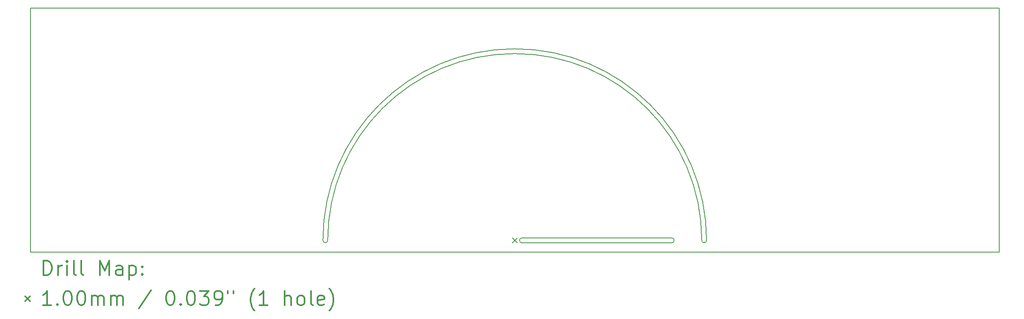
<source format=gbr>
%FSLAX45Y45*%
G04 Gerber Fmt 4.5, Leading zero omitted, Abs format (unit mm)*
G04 Created by KiCad (PCBNEW 5.0.2-bee76a0~70~ubuntu18.04.1) date 2019年01月05日 星期六 20时40分46秒*
%MOMM*%
%LPD*%
G01*
G04 APERTURE LIST*
%ADD10C,0.200000*%
%ADD11C,0.300000*%
G04 APERTURE END LIST*
D10*
X8640000Y-7420000D02*
G75*
G02X8540000Y-7420000I-50000J0D01*
G01*
X16540000Y-7420000D02*
G75*
G02X16440000Y-7420000I-50000J0D01*
G01*
X12690000Y-7470000D02*
G75*
G02X12690000Y-7370000I0J50000D01*
G01*
X15815000Y-7370000D02*
G75*
G02X15815000Y-7470000I0J-50000D01*
G01*
X12690000Y-7370000D02*
X15815000Y-7370000D01*
X15815000Y-7470000D02*
X12690000Y-7470000D01*
X8640000Y-7420000D02*
G75*
G02X16440000Y-7420000I3900000J0D01*
G01*
X8540000Y-7420000D02*
G75*
G02X16540000Y-7420000I4000000J0D01*
G01*
X22640000Y-2570000D02*
X2440000Y-2570000D01*
X22640000Y-7670000D02*
X22640000Y-2570000D01*
X2440000Y-7670000D02*
X22640000Y-7670000D01*
X2440000Y-2570000D02*
X2440000Y-7670000D01*
D10*
X12490000Y-7370000D02*
X12590000Y-7470000D01*
X12590000Y-7370000D02*
X12490000Y-7470000D01*
D11*
X2716428Y-8145714D02*
X2716428Y-7845714D01*
X2787857Y-7845714D01*
X2830714Y-7860000D01*
X2859286Y-7888571D01*
X2873571Y-7917143D01*
X2887857Y-7974286D01*
X2887857Y-8017143D01*
X2873571Y-8074286D01*
X2859286Y-8102857D01*
X2830714Y-8131429D01*
X2787857Y-8145714D01*
X2716428Y-8145714D01*
X3016428Y-8145714D02*
X3016428Y-7945714D01*
X3016428Y-8002857D02*
X3030714Y-7974286D01*
X3045000Y-7960000D01*
X3073571Y-7945714D01*
X3102143Y-7945714D01*
X3202143Y-8145714D02*
X3202143Y-7945714D01*
X3202143Y-7845714D02*
X3187857Y-7860000D01*
X3202143Y-7874286D01*
X3216428Y-7860000D01*
X3202143Y-7845714D01*
X3202143Y-7874286D01*
X3387857Y-8145714D02*
X3359286Y-8131429D01*
X3345000Y-8102857D01*
X3345000Y-7845714D01*
X3545000Y-8145714D02*
X3516428Y-8131429D01*
X3502143Y-8102857D01*
X3502143Y-7845714D01*
X3887857Y-8145714D02*
X3887857Y-7845714D01*
X3987857Y-8060000D01*
X4087857Y-7845714D01*
X4087857Y-8145714D01*
X4359286Y-8145714D02*
X4359286Y-7988571D01*
X4345000Y-7960000D01*
X4316428Y-7945714D01*
X4259286Y-7945714D01*
X4230714Y-7960000D01*
X4359286Y-8131429D02*
X4330714Y-8145714D01*
X4259286Y-8145714D01*
X4230714Y-8131429D01*
X4216428Y-8102857D01*
X4216428Y-8074286D01*
X4230714Y-8045714D01*
X4259286Y-8031429D01*
X4330714Y-8031429D01*
X4359286Y-8017143D01*
X4502143Y-7945714D02*
X4502143Y-8245714D01*
X4502143Y-7960000D02*
X4530714Y-7945714D01*
X4587857Y-7945714D01*
X4616428Y-7960000D01*
X4630714Y-7974286D01*
X4645000Y-8002857D01*
X4645000Y-8088571D01*
X4630714Y-8117143D01*
X4616428Y-8131429D01*
X4587857Y-8145714D01*
X4530714Y-8145714D01*
X4502143Y-8131429D01*
X4773571Y-8117143D02*
X4787857Y-8131429D01*
X4773571Y-8145714D01*
X4759286Y-8131429D01*
X4773571Y-8117143D01*
X4773571Y-8145714D01*
X4773571Y-7960000D02*
X4787857Y-7974286D01*
X4773571Y-7988571D01*
X4759286Y-7974286D01*
X4773571Y-7960000D01*
X4773571Y-7988571D01*
X2330000Y-8590000D02*
X2430000Y-8690000D01*
X2430000Y-8590000D02*
X2330000Y-8690000D01*
X2873571Y-8775714D02*
X2702143Y-8775714D01*
X2787857Y-8775714D02*
X2787857Y-8475714D01*
X2759286Y-8518572D01*
X2730714Y-8547143D01*
X2702143Y-8561429D01*
X3002143Y-8747143D02*
X3016428Y-8761429D01*
X3002143Y-8775714D01*
X2987857Y-8761429D01*
X3002143Y-8747143D01*
X3002143Y-8775714D01*
X3202143Y-8475714D02*
X3230714Y-8475714D01*
X3259286Y-8490000D01*
X3273571Y-8504286D01*
X3287857Y-8532857D01*
X3302143Y-8590000D01*
X3302143Y-8661429D01*
X3287857Y-8718572D01*
X3273571Y-8747143D01*
X3259286Y-8761429D01*
X3230714Y-8775714D01*
X3202143Y-8775714D01*
X3173571Y-8761429D01*
X3159286Y-8747143D01*
X3145000Y-8718572D01*
X3130714Y-8661429D01*
X3130714Y-8590000D01*
X3145000Y-8532857D01*
X3159286Y-8504286D01*
X3173571Y-8490000D01*
X3202143Y-8475714D01*
X3487857Y-8475714D02*
X3516428Y-8475714D01*
X3545000Y-8490000D01*
X3559286Y-8504286D01*
X3573571Y-8532857D01*
X3587857Y-8590000D01*
X3587857Y-8661429D01*
X3573571Y-8718572D01*
X3559286Y-8747143D01*
X3545000Y-8761429D01*
X3516428Y-8775714D01*
X3487857Y-8775714D01*
X3459286Y-8761429D01*
X3445000Y-8747143D01*
X3430714Y-8718572D01*
X3416428Y-8661429D01*
X3416428Y-8590000D01*
X3430714Y-8532857D01*
X3445000Y-8504286D01*
X3459286Y-8490000D01*
X3487857Y-8475714D01*
X3716428Y-8775714D02*
X3716428Y-8575714D01*
X3716428Y-8604286D02*
X3730714Y-8590000D01*
X3759286Y-8575714D01*
X3802143Y-8575714D01*
X3830714Y-8590000D01*
X3845000Y-8618572D01*
X3845000Y-8775714D01*
X3845000Y-8618572D02*
X3859286Y-8590000D01*
X3887857Y-8575714D01*
X3930714Y-8575714D01*
X3959286Y-8590000D01*
X3973571Y-8618572D01*
X3973571Y-8775714D01*
X4116428Y-8775714D02*
X4116428Y-8575714D01*
X4116428Y-8604286D02*
X4130714Y-8590000D01*
X4159286Y-8575714D01*
X4202143Y-8575714D01*
X4230714Y-8590000D01*
X4245000Y-8618572D01*
X4245000Y-8775714D01*
X4245000Y-8618572D02*
X4259286Y-8590000D01*
X4287857Y-8575714D01*
X4330714Y-8575714D01*
X4359286Y-8590000D01*
X4373571Y-8618572D01*
X4373571Y-8775714D01*
X4959286Y-8461429D02*
X4702143Y-8847143D01*
X5345000Y-8475714D02*
X5373571Y-8475714D01*
X5402143Y-8490000D01*
X5416428Y-8504286D01*
X5430714Y-8532857D01*
X5445000Y-8590000D01*
X5445000Y-8661429D01*
X5430714Y-8718572D01*
X5416428Y-8747143D01*
X5402143Y-8761429D01*
X5373571Y-8775714D01*
X5345000Y-8775714D01*
X5316428Y-8761429D01*
X5302143Y-8747143D01*
X5287857Y-8718572D01*
X5273571Y-8661429D01*
X5273571Y-8590000D01*
X5287857Y-8532857D01*
X5302143Y-8504286D01*
X5316428Y-8490000D01*
X5345000Y-8475714D01*
X5573571Y-8747143D02*
X5587857Y-8761429D01*
X5573571Y-8775714D01*
X5559286Y-8761429D01*
X5573571Y-8747143D01*
X5573571Y-8775714D01*
X5773571Y-8475714D02*
X5802143Y-8475714D01*
X5830714Y-8490000D01*
X5845000Y-8504286D01*
X5859286Y-8532857D01*
X5873571Y-8590000D01*
X5873571Y-8661429D01*
X5859286Y-8718572D01*
X5845000Y-8747143D01*
X5830714Y-8761429D01*
X5802143Y-8775714D01*
X5773571Y-8775714D01*
X5745000Y-8761429D01*
X5730714Y-8747143D01*
X5716428Y-8718572D01*
X5702143Y-8661429D01*
X5702143Y-8590000D01*
X5716428Y-8532857D01*
X5730714Y-8504286D01*
X5745000Y-8490000D01*
X5773571Y-8475714D01*
X5973571Y-8475714D02*
X6159286Y-8475714D01*
X6059286Y-8590000D01*
X6102143Y-8590000D01*
X6130714Y-8604286D01*
X6145000Y-8618572D01*
X6159286Y-8647143D01*
X6159286Y-8718572D01*
X6145000Y-8747143D01*
X6130714Y-8761429D01*
X6102143Y-8775714D01*
X6016428Y-8775714D01*
X5987857Y-8761429D01*
X5973571Y-8747143D01*
X6302143Y-8775714D02*
X6359286Y-8775714D01*
X6387857Y-8761429D01*
X6402143Y-8747143D01*
X6430714Y-8704286D01*
X6445000Y-8647143D01*
X6445000Y-8532857D01*
X6430714Y-8504286D01*
X6416428Y-8490000D01*
X6387857Y-8475714D01*
X6330714Y-8475714D01*
X6302143Y-8490000D01*
X6287857Y-8504286D01*
X6273571Y-8532857D01*
X6273571Y-8604286D01*
X6287857Y-8632857D01*
X6302143Y-8647143D01*
X6330714Y-8661429D01*
X6387857Y-8661429D01*
X6416428Y-8647143D01*
X6430714Y-8632857D01*
X6445000Y-8604286D01*
X6559286Y-8475714D02*
X6559286Y-8532857D01*
X6673571Y-8475714D02*
X6673571Y-8532857D01*
X7116428Y-8890000D02*
X7102143Y-8875714D01*
X7073571Y-8832857D01*
X7059286Y-8804286D01*
X7045000Y-8761429D01*
X7030714Y-8690000D01*
X7030714Y-8632857D01*
X7045000Y-8561429D01*
X7059286Y-8518572D01*
X7073571Y-8490000D01*
X7102143Y-8447143D01*
X7116428Y-8432857D01*
X7387857Y-8775714D02*
X7216428Y-8775714D01*
X7302143Y-8775714D02*
X7302143Y-8475714D01*
X7273571Y-8518572D01*
X7245000Y-8547143D01*
X7216428Y-8561429D01*
X7745000Y-8775714D02*
X7745000Y-8475714D01*
X7873571Y-8775714D02*
X7873571Y-8618572D01*
X7859286Y-8590000D01*
X7830714Y-8575714D01*
X7787857Y-8575714D01*
X7759286Y-8590000D01*
X7745000Y-8604286D01*
X8059286Y-8775714D02*
X8030714Y-8761429D01*
X8016428Y-8747143D01*
X8002143Y-8718572D01*
X8002143Y-8632857D01*
X8016428Y-8604286D01*
X8030714Y-8590000D01*
X8059286Y-8575714D01*
X8102143Y-8575714D01*
X8130714Y-8590000D01*
X8145000Y-8604286D01*
X8159286Y-8632857D01*
X8159286Y-8718572D01*
X8145000Y-8747143D01*
X8130714Y-8761429D01*
X8102143Y-8775714D01*
X8059286Y-8775714D01*
X8330714Y-8775714D02*
X8302143Y-8761429D01*
X8287857Y-8732857D01*
X8287857Y-8475714D01*
X8559286Y-8761429D02*
X8530714Y-8775714D01*
X8473571Y-8775714D01*
X8445000Y-8761429D01*
X8430714Y-8732857D01*
X8430714Y-8618572D01*
X8445000Y-8590000D01*
X8473571Y-8575714D01*
X8530714Y-8575714D01*
X8559286Y-8590000D01*
X8573571Y-8618572D01*
X8573571Y-8647143D01*
X8430714Y-8675714D01*
X8673571Y-8890000D02*
X8687857Y-8875714D01*
X8716428Y-8832857D01*
X8730714Y-8804286D01*
X8745000Y-8761429D01*
X8759286Y-8690000D01*
X8759286Y-8632857D01*
X8745000Y-8561429D01*
X8730714Y-8518572D01*
X8716428Y-8490000D01*
X8687857Y-8447143D01*
X8673571Y-8432857D01*
M02*

</source>
